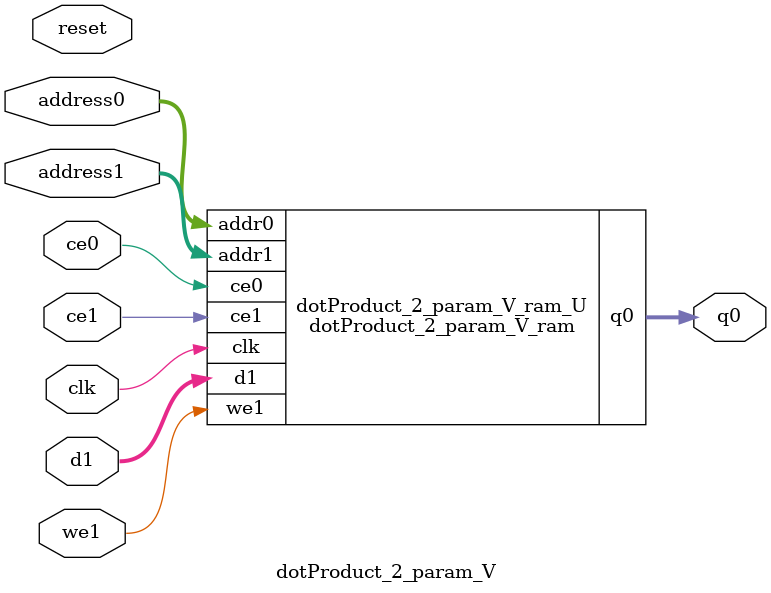
<source format=v>
`timescale 1 ns / 1 ps
module dotProduct_2_param_V_ram (addr0, ce0, q0, addr1, ce1, d1, we1,  clk);

parameter DWIDTH = 32;
parameter AWIDTH = 9;
parameter MEM_SIZE = 512;

input[AWIDTH-1:0] addr0;
input ce0;
output wire[DWIDTH-1:0] q0;
input[AWIDTH-1:0] addr1;
input ce1;
input[DWIDTH-1:0] d1;
input we1;
input clk;

(* ram_style = "block" *)reg [DWIDTH-1:0] ram[0:MEM_SIZE-1];
reg [DWIDTH-1:0] q0_t0;
reg [DWIDTH-1:0] q0_t1;

genvar i;
generate
    for (i=0; i<MEM_SIZE; i=i+1) begin
        initial ram[i] = 0;
    end
endgenerate

assign q0 = q0_t1;

always @(posedge clk)  
begin
    if (ce0) 
    begin
        q0_t1 <= q0_t0;
    end
end


always @(posedge clk)  
begin 
    if (ce0) begin
        q0_t0 <= ram[addr0];
    end
end


always @(posedge clk)  
begin 
    if (ce1) begin
        if (we1) 
            ram[addr1] <= d1; 
    end
end


endmodule

`timescale 1 ns / 1 ps
module dotProduct_2_param_V(
    reset,
    clk,
    address0,
    ce0,
    q0,
    address1,
    ce1,
    we1,
    d1);

parameter DataWidth = 32'd32;
parameter AddressRange = 32'd512;
parameter AddressWidth = 32'd9;
input reset;
input clk;
input[AddressWidth - 1:0] address0;
input ce0;
output[DataWidth - 1:0] q0;
input[AddressWidth - 1:0] address1;
input ce1;
input we1;
input[DataWidth - 1:0] d1;



dotProduct_2_param_V_ram dotProduct_2_param_V_ram_U(
    .clk( clk ),
    .addr0( address0 ),
    .ce0( ce0 ),
    .q0( q0 ),
    .addr1( address1 ),
    .ce1( ce1 ),
    .we1( we1 ),
    .d1( d1 ));

endmodule


</source>
